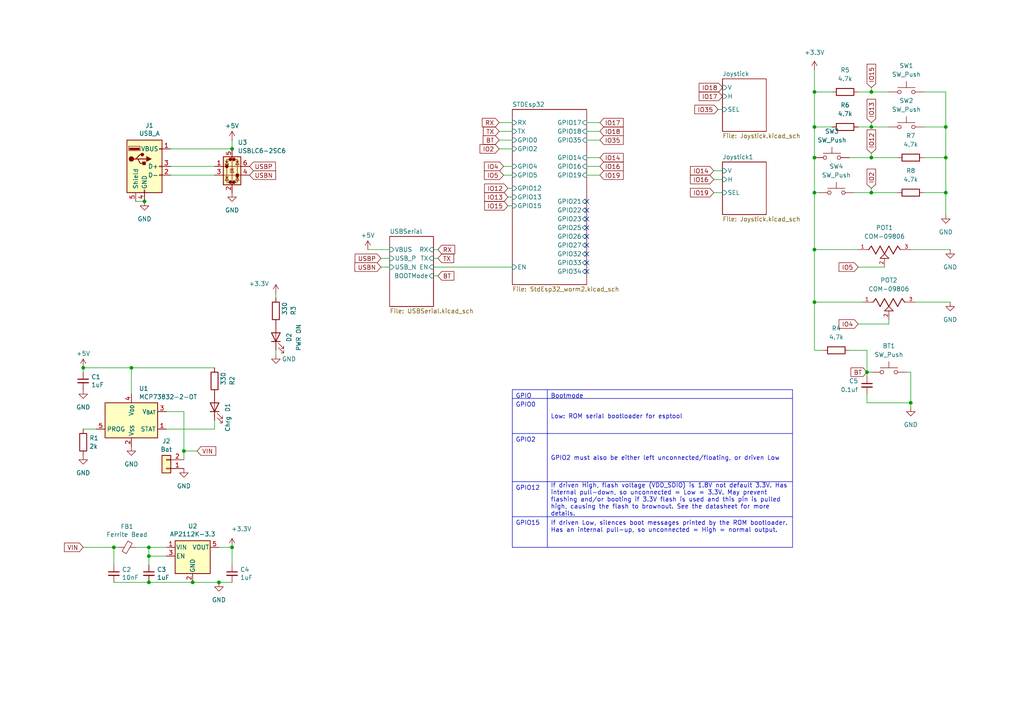
<source format=kicad_sch>
(kicad_sch (version 20250114) (generator "eeschema") (generator_version "9.0")
  (paper "A4")
  (title_block (title "Remote Control WIFI ESP32 S3") (date "2024-11-29"))
  (lib_symbols
    (symbol "+3.3V_1" (power) (pin_names (offset 0))
      (property "Value" "+3.3V_1" (at 0 3.556 0))
      (symbol "+3.3V_1_0_1"
        (polyline (pts (xy -0.762 1.27) (xy 0 2.54)))
        (polyline (pts (xy 0 2.54) (xy 0.762 1.27)))
        (polyline (pts (xy 0 0) (xy 0 2.54)))
      )
      (symbol "+3.3V_1_1_1"
        (pin power_in line (at 0 0 90) (length 0) (hide yes) (name "+3.3V") (number "1"))
      )
    )
    (symbol "+3.3V_3" (power) (pin_names (offset 0))
      (property "Value" "+3.3V_3" (at 0 3.556 0))
      (symbol "+3.3V_3_0_1"
        (polyline (pts (xy -0.762 1.27) (xy 0 2.54)))
        (polyline (pts (xy 0 2.54) (xy 0.762 1.27)))
        (polyline (pts (xy 0 0) (xy 0 2.54)))
      )
      (symbol "+3.3V_3_1_1"
        (pin power_in line (at 0 0 90) (length 0) (hide yes) (name "+3.3V") (number "1"))
      )
    )
    (symbol "Battery_Management:MCP73832-2-OT"
      (property "Reference" "U" (at -7.62 6.35 0))
      (property "Value" "MCP73832-2-OT" (at 1.27 6.35 0))
      (symbol "MCP73832-2-OT_0_1"
        (rectangle (start -7.62 5.08) (end 7.62 -5.08) (stroke (width 0.254)) (fill (type background)))
      )
      (symbol "MCP73832-2-OT_1_1"
        (pin input line (at -10.16 -2.54 0) (length 2.54) (name "PROG") (number "5"))
        (pin power_in line (at 0 7.62 270) (length 2.54) (name "V_{DD}") (number "4"))
        (pin power_in line (at 0 -7.62 90) (length 2.54) (name "V_{SS}") (number "2"))
        (pin power_out line (at 10.16 2.54 180) (length 2.54) (name "V_{BAT}") (number "3"))
        (pin open_collector line (at 10.16 -2.54 180) (length 2.54) (name "STAT") (number "1"))
      )
    )
    (symbol "Connector_Generic:Conn_01x02" (pin_names (offset 1.016) (hide yes))
      (property "Reference" "J" (at 0 2.54 0))
      (property "Value" "Conn_01x02" (at 0 -5.08 0))
      (symbol "Conn_01x02_1_1"
        (rectangle (start -1.27 1.27) (end 1.27 -3.81) (stroke (width 0.254)) (fill (type background)))
        (rectangle (start -1.27 0.127) (end 0 -0.127) (stroke (width 0.1524)))
        (rectangle (start -1.27 -2.413) (end 0 -2.667) (stroke (width 0.1524)))
        (pin passive line (at -5.08 0 0) (length 3.81) (name "Pin_1") (number "1"))
        (pin passive line (at -5.08 -2.54 0) (length 3.81) (name "Pin_2") (number "2"))
      )
    )
    (symbol "Device:C_Small" (pin_numbers (hide yes)) (pin_names (offset 0.254) (hide yes))
      (property "Reference" "C" (at 0.254 1.778 0))
      (property "Value" "C_Small" (at 0.254 -2.032 0))
      (symbol "C_Small_0_1"
        (polyline (pts (xy -1.524 0.508) (xy 1.524 0.508)) (stroke (width 0.3048)))
        (polyline (pts (xy -1.524 -0.508) (xy 1.524 -0.508)) (stroke (width 0.3302)))
      )
      (symbol "C_Small_1_1"
        (pin passive line (at 0 2.54 270) (length 2.032) (name "~") (number "1"))
        (pin passive line (at 0 -2.54 90) (length 2.032) (name "~") (number "2"))
      )
    )
    (symbol "Device:LED" (pin_numbers (hide yes)) (pin_names (offset 1.016) (hide yes))
      (property "Reference" "D" (at 0 2.54 0))
      (property "Value" "LED" (at 0 -2.54 0))
      (symbol "LED_0_1"
        (polyline (pts (xy -3.048 -0.762) (xy -4.572 -2.286) (xy -3.81 -2.286) (xy -4.572 -2.286) (xy -4.572 -1.524)))
        (polyline (pts (xy -1.778 -0.762) (xy -3.302 -2.286) (xy -2.54 -2.286) (xy -3.302 -2.286) (xy -3.302 -1.524)))
        (polyline (pts (xy -1.27 0) (xy 1.27 0)))
        (polyline (pts (xy -1.27 -1.27) (xy -1.27 1.27)) (stroke (width 0.254)))
        (polyline (pts (xy 1.27 -1.27) (xy 1.27 1.27) (xy -1.27 0) (xy 1.27 -1.27)) (stroke (width 0.254)))
      )
      (symbol "LED_1_1"
        (pin passive line (at -3.81 0 0) (length 2.54) (name "K") (number "1"))
        (pin passive line (at 3.81 0 180) (length 2.54) (name "A") (number "2"))
      )
    )
    (symbol "Device:R" (pin_numbers (hide yes)) (pin_names (offset 0))
      (property "Reference" "R" (at 2.032 0 90))
      (property "Value" "R" (at 0 0 90))
      (symbol "R_0_1"
        (rectangle (start -1.016 -2.54) (end 1.016 2.54) (stroke (width 0.254)))
      )
      (symbol "R_1_1"
        (pin passive line (at 0 3.81 270) (length 1.27) (name "~") (number "1"))
        (pin passive line (at 0 -3.81 90) (length 1.27) (name "~") (number "2"))
      )
    )
    (symbol "GND_16" (power) (pin_names (offset 0))
      (property "Value" "GND_16" (at 0 -3.81 0))
      (symbol "GND_16_0_1"
        (polyline (pts (xy 0 0) (xy 0 -1.27) (xy 1.27 -1.27) (xy 0 -2.54) (xy -1.27 -1.27) (xy 0 -1.27)))
      )
      (symbol "GND_16_1_1"
        (pin power_in line (at 0 0 270) (length 0) (hide yes) (name "GND") (number "1"))
      )
    )
    (symbol "GND_20" (power) (pin_names (offset 0))
      (property "Value" "GND_20" (at 0 -3.81 0))
      (symbol "GND_20_0_1"
        (polyline (pts (xy 0 0) (xy 0 -1.27) (xy 1.27 -1.27) (xy 0 -2.54) (xy -1.27 -1.27) (xy 0 -1.27)))
      )
      (symbol "GND_20_1_1"
        (pin power_in line (at 0 0 270) (length 0) (hide yes) (name "GND") (number "1"))
      )
    )
    (symbol "GND_7" (power) (pin_names (offset 0))
      (property "Value" "GND_7" (at 0 -3.81 0))
      (symbol "GND_7_0_1"
        (polyline (pts (xy 0 0) (xy 0 -1.27) (xy 1.27 -1.27) (xy 0 -2.54) (xy -1.27 -1.27) (xy 0 -1.27)))
      )
      (symbol "GND_7_1_1"
        (pin power_in line (at 0 0 270) (length 0) (hide yes) (name "GND") (number "1"))
      )
    )
    (symbol "POT-COM_09806:COM-09806" (pin_names (offset 1.016))
      (property "Reference" "R" (at -5.08 5.08 0))
      (property "Value" "COM-09806" (at -5.08 2.54 0))
      (symbol "COM-09806_0_0"
        (polyline (pts (xy -5.08 0) (xy -4.572 0)) (stroke (width 0.1524)))
        (polyline (pts (xy -4.572 0) (xy -3.81 1.016)) (stroke (width 0.254)))
        (polyline (pts (xy -3.81 1.016) (xy -2.54 -1.27)) (stroke (width 0.254)))
        (polyline (pts (xy -2.54 -1.27) (xy -1.27 1.016)) (stroke (width 0.254)))
        (polyline (pts (xy -1.27 1.016) (xy 0 -1.27)) (stroke (width 0.254)))
        (polyline (pts (xy -1.27 -2.54) (xy 0 -1.27)) (stroke (width 0.2032)))
        (polyline (pts (xy 0 -1.27) (xy 1.27 1.016)) (stroke (width 0.254)))
        (polyline (pts (xy 0 -1.27) (xy 1.27 -2.54)) (stroke (width 0.2032)))
        (polyline (pts (xy 1.27 1.016) (xy 2.54 -1.27)) (stroke (width 0.254)))
        (polyline (pts (xy 1.27 -2.54) (xy -1.27 -2.54)) (stroke (width 0.2032)))
        (polyline (pts (xy 2.54 -1.27) (xy 3.81 1.016)) (stroke (width 0.254)))
        (polyline (pts (xy 3.81 1.016) (xy 4.572 0)) (stroke (width 0.254)))
        (polyline (pts (xy 4.572 0) (xy 5.08 0)) (stroke (width 0.1524)))
        (pin passive line (at -7.62 0 0) (length 2.54) (name "~") (number "1"))
        (pin passive line (at 0 -5.08 90) (length 2.54) (name "~") (number "2"))
        (pin passive line (at 7.62 0 180) (length 2.54) (name "~") (number "3"))
      )
    )
    (symbol "Power_Protection:USBLC6-2SC6" (pin_names (hide yes))
      (property "Reference" "U" (at 0.635 5.715 0))
      (property "Value" "USBLC6-2SC6" (at 0.635 3.81 0))
      (symbol "USBLC6-2SC6_0_0"
        (circle (center -1.524 0) (radius 0.0001) (stroke (width 0.508)))
        (circle (center -0.508 2.032) (radius 0.0001) (stroke (width 0.508)))
        (circle (center -0.508 -4.572) (radius 0.0001) (stroke (width 0.508)))
        (circle (center 0.508 2.032) (radius 0.0001) (stroke (width 0.508)))
        (circle (center 0.508 -4.572) (radius 0.0001) (stroke (width 0.508)))
        (circle (center 1.524 -2.54) (radius 0.0001) (stroke (width 0.508)))
      )
      (symbol "USBLC6-2SC6_0_1"
        (polyline (pts (xy -2.54 0) (xy 2.54 0)))
        (polyline (pts (xy -2.54 -2.54) (xy 2.54 -2.54)))
        (polyline (pts (xy -2.032 0.508) (xy -1.016 0.508) (xy -1.524 1.524) (xy -2.032 0.508)))
        (polyline (pts (xy -2.032 -3.048) (xy -1.016 -3.048)))
        (polyline (pts (xy -1.016 1.524) (xy -2.032 1.524)))
        (polyline (pts (xy -1.016 -4.064) (xy -2.032 -4.064) (xy -1.524 -3.048) (xy -1.016 -4.064)))
        (polyline (pts (xy -0.508 -1.143) (xy -0.508 -0.762) (xy 0.508 -0.762)))
        (polyline (pts (xy 0 2.54) (xy -0.508 2.032) (xy 0.508 2.032) (xy 0 1.524) (xy 0 -4.064) (xy -0.508 -4.572) (xy 0.508 -4.572) (xy 0 -5.08)))
        (polyline (pts (xy 0.508 -1.778) (xy -0.508 -1.778) (xy 0 -0.762) (xy 0.508 -1.778)))
        (polyline (pts (xy 1.016 1.524) (xy 2.032 1.524)))
        (polyline (pts (xy 1.016 -3.048) (xy 2.032 -3.048)))
        (polyline (pts (xy 2.032 0.508) (xy 1.016 0.508) (xy 1.524 1.524) (xy 2.032 0.508)))
        (polyline (pts (xy 2.032 -4.064) (xy 1.016 -4.064) (xy 1.524 -3.048) (xy 2.032 -4.064)))
      )
      (symbol "USBLC6-2SC6_1_1"
        (rectangle (start -2.54 2.794) (end 2.54 -5.334) (stroke (width 0.254)) (fill (type background)))
        (polyline (pts (xy -0.508 2.032) (xy -1.524 2.032) (xy -1.524 -4.572) (xy -0.508 -4.572)))
        (polyline (pts (xy 0.508 -4.572) (xy 1.524 -4.572) (xy 1.524 2.032) (xy 0.508 2.032)))
        (pin passive line (at -5.08 0 0) (length 2.54) (name "I/O1") (number "1"))
        (pin passive line (at -5.08 -2.54 0) (length 2.54) (name "I/O2") (number "3"))
        (pin passive line (at 0 5.08 270) (length 2.54) (name "VBUS") (number "5"))
        (pin passive line (at 0 -7.62 90) (length 2.54) (name "GND") (number "2"))
        (pin passive line (at 5.08 0 180) (length 2.54) (name "I/O1") (number "6"))
        (pin passive line (at 5.08 -2.54 180) (length 2.54) (name "I/O2") (number "4"))
      )
    )
    (symbol "Programmer-rescue:AP2112K-3.3-Regulator_Linear" (pin_names (offset 0.254))
      (property "Reference" "U" (at -5.08 5.715 0))
      (property "Value" "Regulator_Linear_AP2112K-3.3" (at 0 5.715 0))
      (symbol "AP2112K-3.3-Regulator_Linear_0_1"
        (rectangle (start -5.08 4.445) (end 5.08 -5.08) (stroke (width 0.254)) (fill (type background)))
      )
      (symbol "AP2112K-3.3-Regulator_Linear_1_1"
        (pin power_in line (at -7.62 2.54 0) (length 2.54) (name "VIN") (number "1"))
        (pin input line (at -7.62 0 0) (length 2.54) (name "EN") (number "3"))
        (pin power_in line (at 0 -7.62 90) (length 2.54) (name "GND") (number "2"))
        (pin power_out line (at 7.62 2.54 180) (length 2.54) (name "VOUT") (number "5"))
        (pin no_connect line (at 7.62 0 180) (length 2.54) (hide yes) (name "NC") (number "4"))
      )
    )
    (symbol "Programmer-rescue:Ferrite_Bead_Small-Device" (pin_numbers (hide yes)) (pin_names (offset 0))
      (property "Reference" "FB" (at 1.905 1.27 0))
      (property "Value" "Device_Ferrite_Bead_Small" (at 1.905 -1.27 0))
      (symbol "Ferrite_Bead_Small-Device_0_1"
        (polyline (pts (xy -1.8288 0.2794) (xy -1.1176 1.4986) (xy 1.8288 -0.2032) (xy 1.1176 -1.4224) (xy -1.8288 0.2794)))
        (polyline (pts (xy 0 0.889) (xy 0 1.2954)))
        (polyline (pts (xy 0 -1.27) (xy 0 -0.7874)))
      )
      (symbol "Ferrite_Bead_Small-Device_1_1"
        (pin passive line (at 0 2.54 270) (length 1.27) (name "~") (number "1"))
        (pin passive line (at 0 -2.54 90) (length 1.27) (name "~") (number "2"))
      )
    )
    (symbol "Programmer-rescue:USB_A-Connector" (pin_names (offset 1.016))
      (property "Reference" "J" (at -5.08 11.43 0))
      (property "Value" "Connector_USB_A" (at -5.08 8.89 0))
      (symbol "USB_A-Connector_0_1"
        (rectangle (start -5.08 -7.62) (end 5.08 7.62) (stroke (width 0.254)) (fill (type background)))
        (circle (center -3.81 2.159) (radius 0.635) (stroke (width 0.254)) (fill (type outline)))
        (polyline (pts (xy -3.175 2.159) (xy -2.54 2.159) (xy -1.27 3.429) (xy -0.635 3.429)) (stroke (width 0.254)))
        (polyline (pts (xy -2.54 2.159) (xy -1.905 2.159) (xy -1.27 0.889) (xy 0 0.889)) (stroke (width 0.254)))
        (rectangle (start -1.524 4.826) (end -4.318 5.334) (fill (type outline)))
        (rectangle (start -1.27 4.572) (end -4.572 5.842))
        (circle (center -0.635 3.429) (radius 0.381) (stroke (width 0.254)) (fill (type outline)))
        (rectangle (start -0.127 -7.62) (end 0.127 -6.858))
        (rectangle (start 0.254 1.27) (end -0.508 0.508) (stroke (width 0.254)) (fill (type outline)))
        (polyline (pts (xy 0.635 2.794) (xy 0.635 1.524) (xy 1.905 2.159) (xy 0.635 2.794)) (stroke (width 0.254)) (fill (type outline)))
        (rectangle (start 5.08 4.953) (end 4.318 5.207))
        (rectangle (start 5.08 -0.127) (end 4.318 0.127))
        (rectangle (start 5.08 -2.667) (end 4.318 -2.413))
      )
      (symbol "USB_A-Connector_1_1"
        (polyline (pts (xy -1.905 2.159) (xy 0.635 2.159)) (stroke (width 0.254)))
        (pin passive line (at -2.54 -10.16 90) (length 2.54) (name "Shield") (number "5"))
        (pin power_in line (at 0 -10.16 90) (length 2.54) (name "GND") (number "4"))
        (pin power_in line (at 7.62 5.08 180) (length 2.54) (name "VBUS") (number "1"))
        (pin passive line (at 7.62 0 180) (length 2.54) (name "D+") (number "3"))
        (pin passive line (at 7.62 -2.54 180) (length 2.54) (name "D-") (number "2"))
      )
    )
    (symbol "Switch:SW_Push" (pin_numbers (hide yes)) (pin_names (offset 1.016) (hide yes))
      (property "Reference" "SW" (at 1.27 2.54 0))
      (property "Value" "SW_Push" (at 0 -1.524 0))
      (symbol "SW_Push_0_1"
        (circle (center -2.032 0) (radius 0.508))
        (polyline (pts (xy 0 1.27) (xy 0 3.048)))
        (circle (center 2.032 0) (radius 0.508))
        (polyline (pts (xy 2.54 1.27) (xy -2.54 1.27)))
        (pin passive line (at -5.08 0 0) (length 2.54) (name "1") (number "1"))
        (pin passive line (at 5.08 0 180) (length 2.54) (name "2") (number "2"))
      )
    )
    (symbol "power:+5V" (power) (pin_numbers (hide yes)) (pin_names (offset 0) (hide yes))
      (property "Value" "+5V" (at 0 3.556 0))
      (symbol "+5V_0_1"
        (polyline (pts (xy -0.762 1.27) (xy 0 2.54)))
        (polyline (pts (xy 0 2.54) (xy 0.762 1.27)))
        (polyline (pts (xy 0 0) (xy 0 2.54)))
      )
      (symbol "+5V_1_1"
        (pin power_in line (at 0 0 90) (length 0) (name "~") (number "1"))
      )
    )
    (symbol "power:GND" (power) (pin_names (offset 0))
      (property "Value" "GND" (at 0 -3.81 0))
      (symbol "GND_0_1"
        (polyline (pts (xy 0 0) (xy 0 -1.27) (xy 1.27 -1.27) (xy 0 -2.54) (xy -1.27 -1.27) (xy 0 -1.27)))
      )
      (symbol "GND_1_1"
        (pin power_in line (at 0 0 270) (length 0) (hide yes) (name "GND") (number "1"))
      )
    )
  )
  (junction (at 53.34 130.81))
  (junction (at 252.73 55.88))
  (junction (at 236.22 36.83))
  (junction (at 236.22 72.39))
  (junction (at 252.73 26.67))
  (junction (at 236.22 87.63))
  (junction (at 38.1 106.68))
  (junction (at 55.88 168.91))
  (junction (at 274.32 45.72))
  (junction (at 24.13 106.68))
  (junction (at 251.46 107.95))
  (junction (at 41.91 58.42))
  (junction (at 43.18 168.91))
  (junction (at 252.73 36.83))
  (junction (at 33.02 158.75))
  (junction (at 252.73 45.72))
  (junction (at 43.18 161.29))
  (junction (at 67.31 43.18))
  (junction (at 236.22 55.88))
  (junction (at 236.22 26.67))
  (junction (at 63.5 168.91))
  (junction (at 43.18 158.75))
  (junction (at 67.31 158.75))
  (junction (at 264.16 116.84))
  (junction (at 274.32 55.88))
  (junction (at 236.22 45.72))
  (junction (at 274.32 36.83))
  (no_connect (at 556.26 -137.16))
  (no_connect (at 170.18 76.2))
  (no_connect (at 170.18 73.66))
  (no_connect (at 170.18 58.42))
  (no_connect (at 170.18 78.74))
  (no_connect (at 170.18 68.58))
  (no_connect (at 170.18 71.12))
  (no_connect (at 170.18 63.5))
  (no_connect (at 170.18 60.96))
  (no_connect (at 170.18 66.04))
  (wire (pts (xy 248.92 93.98) (xy 257.81 93.98)))
  (wire (pts (xy 39.37 58.42) (xy 41.91 58.42)))
  (wire (pts (xy 274.32 36.83) (xy 274.32 45.72)))
  (wire (pts (xy 48.26 119.38) (xy 53.34 119.38)))
  (wire (pts (xy 236.22 36.83) (xy 236.22 45.72)))
  (wire (pts (xy 43.18 158.75) (xy 43.18 161.29)))
  (wire (pts (xy 207.01 52.07) (xy 209.55 52.07)))
  (wire (pts (xy 144.78 38.1) (xy 148.59 38.1)))
  (wire (pts (xy 144.78 35.56) (xy 148.59 35.56)))
  (wire (pts (xy 170.18 35.56) (xy 173.99 35.56)))
  (wire (pts (xy 247.65 55.88) (xy 252.73 55.88)))
  (wire (pts (xy 236.22 55.88) (xy 236.22 72.39)))
  (wire (pts (xy 173.99 50.8) (xy 170.18 50.8)))
  (wire (pts (xy 147.32 59.69) (xy 148.59 59.69)))
  (wire (pts (xy 24.13 124.46) (xy 27.94 124.46)))
  (wire (pts (xy 251.46 107.95) (xy 251.46 109.22)))
  (wire (pts (xy 62.23 121.92) (xy 62.23 124.46)))
  (wire (pts (xy 207.01 49.53) (xy 209.55 49.53)))
  (wire (pts (xy 125.73 72.39) (xy 127 72.39)))
  (wire (pts (xy 267.97 36.83) (xy 274.32 36.83)))
  (wire (pts (xy 53.34 133.35) (xy 53.34 130.81)))
  (wire (pts (xy 173.99 48.26) (xy 170.18 48.26)))
  (wire (pts (xy 236.22 45.72) (xy 236.22 55.88)))
  (wire (pts (xy 38.1 106.68) (xy 38.1 114.3)))
  (wire (pts (xy 248.92 36.83) (xy 252.73 36.83)))
  (wire (pts (xy 63.5 168.91) (xy 55.88 168.91)))
  (wire (pts (xy 264.16 107.95) (xy 264.16 116.84)))
  (wire (pts (xy 67.31 168.91) (xy 63.5 168.91)))
  (wire (pts (xy 251.46 116.84) (xy 251.46 114.3)))
  (wire (pts (xy 147.32 57.15) (xy 148.59 57.15)))
  (wire (pts (xy 49.53 43.18) (xy 67.31 43.18)))
  (wire (pts (xy 275.59 87.63) (xy 265.43 87.63)))
  (wire (pts (xy 34.29 158.75) (xy 33.02 158.75)))
  (wire (pts (xy 236.22 26.67) (xy 241.3 26.67)))
  (wire (pts (xy 110.49 77.47) (xy 113.03 77.47)))
  (wire (pts (xy 49.53 48.26) (xy 62.23 48.26)))
  (wire (pts (xy 267.97 26.67) (xy 274.32 26.67)))
  (wire (pts (xy 43.18 168.91) (xy 33.02 168.91)))
  (wire (pts (xy 252.73 44.45) (xy 252.73 45.72)))
  (wire (pts (xy 264.16 116.84) (xy 264.16 118.11)))
  (wire (pts (xy 173.99 45.72) (xy 170.18 45.72)))
  (wire (pts (xy 252.73 35.56) (xy 252.73 36.83)))
  (wire (pts (xy 246.38 45.72) (xy 252.73 45.72)))
  (wire (pts (xy 24.13 106.68) (xy 24.13 107.95)))
  (wire (pts (xy 146.05 50.8) (xy 148.59 50.8)))
  (wire (pts (xy 170.18 40.64) (xy 173.99 40.64)))
  (wire (pts (xy 110.49 74.93) (xy 113.03 74.93)))
  (wire (pts (xy 125.73 80.01) (xy 127 80.01)))
  (wire (pts (xy 48.26 124.46) (xy 62.23 124.46)))
  (wire (pts (xy 208.28 31.75) (xy 209.55 31.75)))
  (wire (pts (xy 252.73 55.88) (xy 260.35 55.88)))
  (wire (pts (xy 62.23 106.68) (xy 38.1 106.68)))
  (wire (pts (xy 144.78 40.64) (xy 148.59 40.64)))
  (wire (pts (xy 24.13 158.75) (xy 33.02 158.75)))
  (wire (pts (xy 236.22 87.63) (xy 250.19 87.63)))
  (wire (pts (xy 147.32 54.61) (xy 148.59 54.61)))
  (wire (pts (xy 238.76 101.6) (xy 236.22 101.6)))
  (wire (pts (xy 146.05 48.26) (xy 148.59 48.26)))
  (wire (pts (xy 170.18 38.1) (xy 173.99 38.1)))
  (wire (pts (xy 236.22 26.67) (xy 236.22 36.83)))
  (wire (pts (xy 262.89 107.95) (xy 264.16 107.95)))
  (wire (pts (xy 67.31 40.64) (xy 67.31 43.18)))
  (wire (pts (xy 80.01 101.6) (xy 80.01 102.87)))
  (wire (pts (xy 43.18 168.91) (xy 55.88 168.91)))
  (wire (pts (xy 236.22 72.39) (xy 236.22 87.63)))
  (wire (pts (xy 252.73 26.67) (xy 257.81 26.67)))
  (wire (pts (xy 48.26 161.29) (xy 43.18 161.29)))
  (wire (pts (xy 257.81 93.98) (xy 257.81 92.71)))
  (wire (pts (xy 80.01 85.09) (xy 80.01 86.36)))
  (wire (pts (xy 264.16 72.39) (xy 275.59 72.39)))
  (wire (pts (xy 274.32 55.88) (xy 274.32 62.23)))
  (wire (pts (xy 236.22 36.83) (xy 241.3 36.83)))
  (wire (pts (xy 236.22 72.39) (xy 248.92 72.39)))
  (wire (pts (xy 252.73 36.83) (xy 257.81 36.83)))
  (wire (pts (xy 53.34 130.81) (xy 57.15 130.81)))
  (wire (pts (xy 39.37 158.75) (xy 43.18 158.75)))
  (wire (pts (xy 63.5 158.75) (xy 67.31 158.75)))
  (wire (pts (xy 48.26 158.75) (xy 43.18 158.75)))
  (wire (pts (xy 252.73 107.95) (xy 251.46 107.95)))
  (wire (pts (xy 43.18 161.29) (xy 43.18 163.83)))
  (wire (pts (xy 49.53 50.8) (xy 62.23 50.8)))
  (wire (pts (xy 274.32 26.67) (xy 274.32 36.83)))
  (wire (pts (xy 252.73 45.72) (xy 260.35 45.72)))
  (wire (pts (xy 236.22 55.88) (xy 237.49 55.88)))
  (wire (pts (xy 67.31 158.75) (xy 67.31 163.83)))
  (wire (pts (xy 236.22 20.32) (xy 236.22 26.67)))
  (wire (pts (xy 246.38 101.6) (xy 251.46 101.6)))
  (wire (pts (xy 252.73 25.4) (xy 252.73 26.67)))
  (wire (pts (xy 53.34 119.38) (xy 53.34 130.81)))
  (wire (pts (xy 274.32 55.88) (xy 267.97 55.88)))
  (wire (pts (xy 33.02 158.75) (xy 33.02 163.83)))
  (wire (pts (xy 274.32 45.72) (xy 274.32 55.88)))
  (wire (pts (xy 207.01 55.88) (xy 209.55 55.88)))
  (wire (pts (xy 251.46 116.84) (xy 264.16 116.84)))
  (wire (pts (xy 125.73 74.93) (xy 127 74.93)))
  (wire (pts (xy 144.78 43.18) (xy 148.59 43.18)))
  (wire (pts (xy 236.22 87.63) (xy 236.22 101.6)))
  (wire (pts (xy 248.92 77.47) (xy 256.54 77.47)))
  (wire (pts (xy 125.73 77.47) (xy 148.59 77.47)))
  (wire (pts (xy 248.92 26.67) (xy 252.73 26.67)))
  (wire (pts (xy 267.97 45.72) (xy 274.32 45.72)))
  (wire (pts (xy 251.46 101.6) (xy 251.46 107.95)))
  (wire (pts (xy 106.68 72.39) (xy 113.03 72.39)))
  (wire (pts (xy 38.1 106.68) (xy 24.13 106.68)))
  (wire (pts (xy 252.73 54.61) (xy 252.73 55.88)))
  (table (column_count 2) (border (external yes) (header yes)) (separators (rows yes) (cols yes)) (column_widths 10.16 71.12) (row_heights 2.54 10.16 13.97 10.16 8.89) (cells (table_cell "GPIO" (at 148.59 113.03 0) (size 10.16 2.54) (margins 0.9525 0.9525 0.9525 0.9525) (span 1 1)) (table_cell "Bootmode" (at 158.75 113.03 0) (size 71.12 2.54) (margins 0.9525 0.9525 0.9525 0.9525) (span 1 1)) (table_cell "GPIO0" (at 148.59 115.57 0) (size 10.16 10.16) (margins 0.9525 0.9525 0.9525 0.9525) (span 1 1)) (table_cell "Low: ROM serial bootloader for esptool" (at 158.75 115.57 0) (size 71.12 10.16) (margins 0.9525 0.9525 0.9525 0.9525) (span 1 1)) (table_cell "GPIO2" (at 148.59 125.73 0) (size 10.16 13.97) (margins 0.9525 0.9525 0.9525 0.9525) (span 1 1)) (table_cell "GPIO2 must also be either left unconnected/floating, or driven Low" (at 158.75 125.73 0) (size 71.12 13.97) (margins 0.9525 0.9525 0.9525 0.9525) (span 1 1)) (table_cell "GPIO12 " (at 148.59 139.7 0) (size 10.16 10.16) (margins 0.9525 0.9525 0.9525 0.9525) (span 1 1)) (table_cell "If driven High, flash voltage (VDD_SDIO) is 1.8V not default 3.3V. Has internal pull-down, so unconnected = Low = 3.3V. May prevent flashing and/or booting if 3.3V flash is used and this pin is pulled high, causing the flash to brownout. See the datasheet for more details." (at 158.75 139.7 0) (size 71.12 10.16) (margins 0.9525 0.9525 0.9525 0.9525) (span 1 1)) (table_cell "GPIO15" (at 148.59 149.86 0) (size 10.16 8.89) (margins 0.9525 0.9525 0.9525 0.9525) (span 1 1)) (table_cell "If driven Low, silences boot messages printed by the ROM bootloader. Has an internal pull-up, so unconnected = High = normal output." (at 158.75 149.86 0) (size 71.12 8.89) (margins 0.9525 0.9525 0.9525 0.9525) (span 1 1))))
  (global_label "RX" (shape input) (at 144.78 35.56 180) (property "Intersheetrefs" "${INTERSHEET_REFS}" (effects (hide yes))))
  (global_label "IO15" (shape input) (at 147.32 59.69 180) (property "Intersheetrefs" "${INTERSHEET_REFS}" (effects (hide yes))))
  (global_label "USBN" (shape input) (at 72.39 50.8 0) (property "Intersheetrefs" "${INTERSHEET_REFS}" (effects (hide yes))))
  (global_label "USBP" (shape input) (at 72.39 48.26 0) (property "Intersheetrefs" "${INTERSHEET_REFS}" (effects (hide yes))))
  (global_label "IO12" (shape input) (at 147.32 54.61 180) (property "Intersheetrefs" "${INTERSHEET_REFS}" (effects (hide yes))))
  (global_label "IO14" (shape input) (at 207.01 49.53 180) (property "Intersheetrefs" "${INTERSHEET_REFS}" (effects (hide yes))))
  (global_label "IO2" (shape input) (at 252.73 54.61 90) (property "Intersheetrefs" "${INTERSHEET_REFS}" (effects (hide yes))))
  (global_label "IO13" (shape input) (at 147.32 57.15 180) (property "Intersheetrefs" "${INTERSHEET_REFS}" (effects (hide yes))))
  (global_label "IO5" (shape input) (at 146.05 50.8 180) (property "Intersheetrefs" "${INTERSHEET_REFS}" (effects (hide yes))))
  (global_label "IO4" (shape input) (at 248.92 93.98 180) (property "Intersheetrefs" "${INTERSHEET_REFS}" (effects (hide yes))))
  (global_label "IO15" (shape input) (at 252.73 25.4 90) (property "Intersheetrefs" "${INTERSHEET_REFS}" (effects (hide yes))))
  (global_label "IO17" (shape input) (at 209.55 27.94 180) (property "Intersheetrefs" "${INTERSHEET_REFS}" (effects (hide yes))))
  (global_label "BT" (shape input) (at 144.78 40.64 180) (property "Intersheetrefs" "${INTERSHEET_REFS}" (effects (hide yes))))
  (global_label "RX" (shape input) (at 127 72.39 0) (property "Intersheetrefs" "${INTERSHEET_REFS}" (effects (hide yes))))
  (global_label "VIN" (shape input) (at 24.13 158.75 180) (property "Intersheetrefs" "${INTERSHEET_REFS}" (effects (hide yes))))
  (global_label "IO16" (shape input) (at 173.99 48.26 0) (property "Intersheetrefs" "${INTERSHEET_REFS}" (effects (hide yes))))
  (global_label "IO35" (shape input) (at 208.28 31.75 180) (property "Intersheetrefs" "${INTERSHEET_REFS}" (effects (hide yes))))
  (global_label "USBN" (shape input) (at 110.49 77.47 180) (property "Intersheetrefs" "${INTERSHEET_REFS}" (effects (hide yes))))
  (global_label "IO19" (shape input) (at 207.01 55.88 180) (property "Intersheetrefs" "${INTERSHEET_REFS}" (effects (hide yes))))
  (global_label "IO18" (shape input) (at 173.99 38.1 0) (property "Intersheetrefs" "${INTERSHEET_REFS}" (effects (hide yes))))
  (global_label "IO18" (shape input) (at 209.55 25.4 180) (property "Intersheetrefs" "${INTERSHEET_REFS}" (effects (hide yes))))
  (global_label "TX" (shape input) (at 144.78 38.1 180) (property "Intersheetrefs" "${INTERSHEET_REFS}" (effects (hide yes))))
  (global_label "BT" (shape input) (at 127 80.01 0) (property "Intersheetrefs" "${INTERSHEET_REFS}" (effects (hide yes))))
  (global_label "IO14" (shape input) (at 173.99 45.72 0) (property "Intersheetrefs" "${INTERSHEET_REFS}" (effects (hide yes))))
  (global_label "BT" (shape input) (at 251.46 107.95 180) (property "Intersheetrefs" "${INTERSHEET_REFS}" (effects (hide yes))))
  (global_label "IO35" (shape input) (at 173.99 40.64 0) (property "Intersheetrefs" "${INTERSHEET_REFS}" (effects (hide yes))))
  (global_label "IO5" (shape input) (at 248.92 77.47 180) (property "Intersheetrefs" "${INTERSHEET_REFS}" (effects (hide yes))))
  (global_label "IO13" (shape input) (at 252.73 35.56 90) (property "Intersheetrefs" "${INTERSHEET_REFS}" (effects (hide yes))))
  (global_label "VIN" (shape input) (at 57.15 130.81 0) (property "Intersheetrefs" "${INTERSHEET_REFS}" (effects (hide yes))))
  (global_label "IO12" (shape input) (at 252.73 44.45 90) (property "Intersheetrefs" "${INTERSHEET_REFS}" (effects (hide yes))))
  (global_label "TX" (shape input) (at 127 74.93 0) (property "Intersheetrefs" "${INTERSHEET_REFS}" (effects (hide yes))))
  (global_label "USBP" (shape input) (at 110.49 74.93 180) (property "Intersheetrefs" "${INTERSHEET_REFS}" (effects (hide yes))))
  (global_label "IO2" (shape input) (at 144.78 43.18 180) (property "Intersheetrefs" "${INTERSHEET_REFS}" (effects (hide yes))))
  (global_label "IO17" (shape input) (at 173.99 35.56 0) (property "Intersheetrefs" "${INTERSHEET_REFS}" (effects (hide yes))))
  (global_label "IO19" (shape input) (at 173.99 50.8 0) (property "Intersheetrefs" "${INTERSHEET_REFS}" (effects (hide yes))))
  (global_label "IO4" (shape input) (at 146.05 48.26 180) (property "Intersheetrefs" "${INTERSHEET_REFS}" (effects (hide yes))))
  (global_label "IO16" (shape input) (at 207.01 52.07 180) (property "Intersheetrefs" "${INTERSHEET_REFS}" (effects (hide yes))))
  (symbol (lib_name "GND_16") (lib_id "power:GND") (at 80.01 102.87 0) (unit 1)
    (property "Reference" "#PWR012" (effects (hide yes)))
    (property "Value" "GND" (at 83.82 104.14 0))
  )
  (symbol (lib_id "Programmer-rescue:Ferrite_Bead_Small-Device") (at 36.83 158.75 270) (unit 1)
    (property "Reference" "FB1" (at 36.83 152.7302 90))
    (property "Value" "Ferrite Bead" (at 36.83 155.0416 90))
    (property "Footprint" "Inductor_SMD:L_0603_1608Metric" (effects (hide yes)))
  )
  (symbol (lib_name "+3.3V_3") (lib_id "power:+3.3V") (at 236.22 20.32 0) (unit 1)
    (property "Reference" "#PWR014" (effects (hide yes)))
    (property "Value" "+3.3V" (at 236.22 15.24 0))
  )
  (symbol (lib_name "GND_7") (lib_id "power:GND") (at 67.31 55.88 0) (unit 1)
    (property "Reference" "#PWR09" (effects (hide yes)))
    (property "Value" "GND" (at 67.31 60.96 0))
  )
  (symbol (lib_name "GND_7") (lib_id "power:GND") (at 24.13 113.03 0) (unit 1)
    (property "Reference" "#PWR02" (effects (hide yes)))
    (property "Value" "GND" (at 24.13 118.11 0))
  )
  (symbol (lib_name "+3.3V_1") (lib_id "power:+3.3V") (at 67.31 158.75 0) (unit 1)
    (property "Reference" "#PWR010" (effects (hide yes)))
    (property "Value" "+3.3V" (at 67.056 153.416 0) (effects (justify left)))
  )
  (symbol (lib_id "Switch:SW_Push") (at 241.3 45.72 0) (unit 1)
    (property "Reference" "SW3" (at 241.3 38.1 0))
    (property "Value" "SW_Push" (at 241.3 40.64 0))
    (property "Footprint" "Button_Switch_SMD:SW_SPST_PTS645" (effects (hide yes)))
  )
  (symbol (lib_id "POT-COM_09806:COM-09806") (at 256.54 72.39 0) (unit 1)
    (property "Reference" "POT1" (at 256.54 66.04 0))
    (property "Value" "COM-09806" (at 256.54 68.58 0))
    (property "Footprint" "GL_Diverse:POT-COM_09806" (effects (hide yes)))
    (property "PARTREV" "N/A" (effects (hide yes)))
    (property "STANDARD" "Manufacturer Recommendations" (effects (hide yes)))
    (property "MAXIMUM_PACKAGE_HEIGHT" "5.08 mm" (effects (hide yes)))
    (property "MANUFACTURER" "Sparkfun" (effects (hide yes)))
    (property "LINK" "https://www.digikey.com/en/products/detail/sparkfun-electronics/COM-09806/7319606?s=N4IgTCBcDaIMIHkCyBaADATgBxoGwgF0BfIA" (effects (hide yes)))
  )
  (symbol (lib_id "Device:R") (at 245.11 26.67 90) (unit 1)
    (property "Reference" "R5" (at 245.11 20.32 90))
    (property "Value" "4.7k" (at 245.11 22.86 90))
    (property "Footprint" "Resistor_SMD:R_0603_1608Metric" (effects (hide yes)))
    (property "LINK" "https://www.digikey.com/en/products/detail/vishay-dale/CRCW08054K70FKEAC/7928553" (effects (hide yes)))
  )
  (symbol (lib_name "GND_7") (lib_id "power:GND") (at 63.5 168.91 0) (unit 1)
    (property "Reference" "#PWR07" (effects (hide yes)))
    (property "Value" "GND" (at 63.5 173.99 0))
  )
  (symbol (lib_id "Device:R") (at 264.16 45.72 90) (unit 1)
    (property "Reference" "R7" (at 264.16 39.37 90))
    (property "Value" "4.7k" (at 264.16 41.91 90))
    (property "Footprint" "Resistor_SMD:R_0603_1608Metric" (effects (hide yes)))
    (property "LINK" "https://www.digikey.com/en/products/detail/vishay-dale/CRCW08054K70FKEAC/7928553" (effects (hide yes)))
  )
  (symbol (lib_id "Programmer-rescue:USB_A-Connector") (at 41.91 48.26 0) (unit 1)
    (property "Reference" "J1" (at 43.3578 36.3982 0))
    (property "Value" "USB_A" (at 43.3578 38.7096 0))
    (property "Footprint" "Connector_USB:USB_Mini-B_Wuerth_65100516121_Horizontal" (effects (hide yes)))
    (property "Datasheet" " ~" (effects (hide yes)))
  )
  (symbol (lib_name "GND_7") (lib_id "power:GND") (at 53.34 135.89 0) (unit 1)
    (property "Reference" "#PWR06" (effects (hide yes)))
    (property "Value" "GND" (at 53.34 140.97 0))
  )
  (symbol (lib_id "power:GND") (at 274.32 62.23 0) (unit 1)
    (property "Reference" "#PWR016" (effects (hide yes)))
    (property "Value" "GND" (at 274.32 67.31 0))
  )
  (symbol (lib_id "Device:C_Small") (at 24.13 110.49 0) (unit 1)
    (property "Reference" "C1" (at 26.4668 109.3216 0) (effects (justify left)))
    (property "Value" "1uF" (at 26.4668 111.633 0) (effects (justify left)))
    (property "Footprint" "Capacitor_SMD:C_0603_1608Metric" (effects (hide yes)))
  )
  (symbol (lib_id "Battery_Management:MCP73832-2-OT") (at 38.1 121.92 0) (unit 1)
    (property "Reference" "U1" (at 40.2941 112.6955 0) (effects (justify left)))
    (property "Value" "MCP73832-2-OT" (at 40.2941 115.1198 0) (effects (justify left)))
    (property "Footprint" "Package_TO_SOT_SMD:SOT-23-5" (effects (hide yes)))
    (property "Datasheet" "http://ww1.microchip.com/downloads/en/DeviceDoc/20001984g.pdf" (effects (hide yes)))
    (property "Description" "Single cell, Li-Ion/Li-Po charge management controller, 4.20V, Open-Drain Status Output, in SOT23-5 package" (effects (hide yes)))
  )
  (symbol (lib_name "GND_7") (lib_id "power:GND") (at 38.1 129.54 0) (unit 1)
    (property "Reference" "#PWR04" (effects (hide yes)))
    (property "Value" "GND" (at 38.1 134.62 0))
  )
  (symbol (lib_id "Device:LED") (at 80.01 97.79 90) (unit 1)
    (property "Reference" "D2" (at 83.82 96.52 0) (effects (justify right)))
    (property "Value" "PWR ON" (at 86.614 93.98 0) (effects (justify right)))
    (property "Footprint" "LED_SMD:LED_0805_2012Metric" (effects (hide yes)))
    (property "LINK" "https://www.digikey.com/en/products/detail/w%C3%BCrth-elektronik/150080VS75000/4489924" (effects (hide yes)))
  )
  (symbol (lib_id "power:+5V") (at 106.68 72.39 0) (unit 1)
    (property "Reference" "#PWR013" (effects (hide yes)))
    (property "Value" "+5V" (at 106.68 68.2569 0))
    (property "Description" "Power symbol creates a global label with name \"+5V\"" (effects (hide yes)))
  )
  (symbol (lib_name "GND_7") (lib_id "power:GND") (at 24.13 132.08 0) (unit 1)
    (property "Reference" "#PWR03" (effects (hide yes)))
    (property "Value" "GND" (at 24.13 137.16 0))
  )
  (symbol (lib_id "Device:C_Small") (at 67.31 166.37 0) (unit 1)
    (property "Reference" "C4" (at 69.6468 165.2016 0) (effects (justify left)))
    (property "Value" "1uF" (at 69.6468 167.513 0) (effects (justify left)))
    (property "Footprint" "Capacitor_SMD:C_0603_1608Metric" (effects (hide yes)))
  )
  (symbol (lib_id "Switch:SW_Push") (at 262.89 36.83 0) (unit 1)
    (property "Reference" "SW2" (at 262.89 29.21 0))
    (property "Value" "SW_Push" (at 262.89 31.75 0))
    (property "Footprint" "Button_Switch_THT:SW_Tactile_SPST_Angled_PTS645Vx39-2LFS" (effects (hide yes)))
    (property "LINK" "https://www.digikey.com/en/products/detail/c-k/PTS645VH83-2-LFS/1146776" (effects (hide yes)))
  )
  (symbol (lib_id "power:GND") (at 275.59 72.39 0) (unit 1)
    (property "Reference" "#PWR017" (effects (hide yes)))
    (property "Value" "GND" (at 275.59 77.47 0))
  )
  (symbol (lib_id "Device:C_Small") (at 43.18 166.37 0) (unit 1)
    (property "Reference" "C3" (at 45.5168 165.2016 0) (effects (justify left)))
    (property "Value" "1uF" (at 45.5168 167.513 0) (effects (justify left)))
    (property "Footprint" "Capacitor_SMD:C_0603_1608Metric" (effects (hide yes)))
  )
  (symbol (lib_id "Device:R") (at 264.16 55.88 90) (unit 1)
    (property "Reference" "R8" (at 264.16 49.53 90))
    (property "Value" "4.7k" (at 264.16 52.07 90))
    (property "Footprint" "Resistor_SMD:R_0603_1608Metric" (effects (hide yes)))
    (property "LINK" "https://www.digikey.com/en/products/detail/vishay-dale/CRCW08054K70FKEAC/7928553" (effects (hide yes)))
  )
  (symbol (lib_id "Device:LED") (at 62.23 118.11 90) (unit 1)
    (property "Reference" "D1" (at 66.04 116.84 0) (effects (justify right)))
    (property "Value" "Chrg" (at 66.04 120.65 0) (effects (justify right)))
    (property "Footprint" "LED_SMD:LED_0805_2012Metric" (effects (hide yes)))
    (property "LINK" "https://www.digikey.com/en/products/detail/w%C3%BCrth-elektronik/150080VS75000/4489924" (effects (hide yes)))
  )
  (symbol (lib_id "Device:R") (at 24.13 128.27 0) (unit 1)
    (property "Reference" "R1" (at 25.908 127.0578 0) (effects (justify left)))
    (property "Value" "2k" (at 25.908 129.4821 0) (effects (justify left)))
    (property "Footprint" "Resistor_SMD:R_0603_1608Metric" (effects (hide yes)))
    (property "LINK" "https://www.digikey.com/en/products/detail/vishay-dale/CRCW08054K70FKEAC/7928553" (effects (hide yes)))
  )
  (symbol (lib_id "power:+5V") (at 67.31 40.64 0) (unit 1)
    (property "Reference" "#PWR08" (effects (hide yes)))
    (property "Value" "+5V" (at 67.31 36.5069 0))
    (property "Description" "Power symbol creates a global label with name \"+5V\"" (effects (hide yes)))
  )
  (symbol (lib_id "Device:R") (at 242.57 101.6 90) (unit 1)
    (property "Reference" "R4" (at 242.57 95.25 90))
    (property "Value" "4.7k" (at 242.57 97.79 90))
    (property "Footprint" "Resistor_SMD:R_0603_1608Metric" (effects (hide yes)))
    (property "LINK" "https://www.digikey.com/en/products/detail/vishay-dale/CRCW08054K70FKEAC/7928553" (effects (hide yes)))
  )
  (symbol (lib_id "Device:R") (at 62.23 110.49 0) (unit 1)
    (property "Reference" "R2" (at 67.31 111.76 90) (effects (justify left)))
    (property "Value" "330" (at 64.77 111.76 90) (effects (justify left)))
    (property "Footprint" "Resistor_SMD:R_0603_1608Metric" (effects (hide yes)))
    (property "LINK" "https://www.digikey.com/en/products/detail/yageo/RC0805FR-073K3L/727813" (effects (hide yes)))
  )
  (symbol (lib_id "Programmer-rescue:AP2112K-3.3-Regulator_Linear") (at 55.88 161.29 0) (unit 1)
    (property "Reference" "U2" (at 55.88 152.6032 0))
    (property "Value" "AP2112K-3.3" (at 55.88 154.9146 0))
    (property "Footprint" "Package_TO_SOT_SMD:SOT-23-5" (effects (hide yes)))
    (property "Datasheet" "https://www.diodes.com/assets/Datasheets/AP2112.pdf" (effects (hide yes)))
  )
  (symbol (lib_name "GND_7") (lib_id "power:GND") (at 41.91 58.42 0) (unit 1)
    (property "Reference" "#PWR05" (effects (hide yes)))
    (property "Value" "GND" (at 41.91 63.5 0))
  )
  (symbol (lib_id "power:GND") (at 275.59 87.63 0) (unit 1)
    (property "Reference" "#PWR018" (effects (hide yes)))
    (property "Value" "GND" (at 275.59 92.71 0))
  )
  (symbol (lib_id "Switch:SW_Push") (at 262.89 26.67 0) (unit 1)
    (property "Reference" "SW1" (at 262.89 19.05 0))
    (property "Value" "SW_Push" (at 262.89 21.59 0))
    (property "Footprint" "Button_Switch_THT:SW_Tactile_SPST_Angled_PTS645Vx39-2LFS" (effects (hide yes)))
    (property "LINK" "https://www.digikey.com/en/products/detail/c-k/PTS645VH83-2-LFS/1146776" (effects (hide yes)))
  )
  (symbol (lib_name "GND_20") (lib_id "power:GND") (at 264.16 118.11 0) (mirror y) (unit 1)
    (property "Reference" "#PWR015" (effects (hide yes)))
    (property "Value" "GND" (at 264.16 123.19 0))
  )
  (symbol (lib_id "Device:R") (at 80.01 90.17 0) (unit 1)
    (property "Reference" "R3" (at 85.09 91.44 90) (effects (justify left)))
    (property "Value" "330" (at 82.55 91.44 90) (effects (justify left)))
    (property "Footprint" "Resistor_SMD:R_0603_1608Metric" (effects (hide yes)))
    (property "LINK" "https://www.digikey.com/en/products/detail/yageo/RC0805FR-073K3L/727813" (effects (hide yes)))
  )
  (symbol (lib_id "POT-COM_09806:COM-09806") (at 257.81 87.63 0) (unit 1)
    (property "Reference" "POT2" (at 257.81 81.28 0))
    (property "Value" "COM-09806" (at 257.81 83.82 0))
    (property "Footprint" "GL_Diverse:POT-COM_09806" (effects (hide yes)))
    (property "PARTREV" "N/A" (effects (hide yes)))
    (property "STANDARD" "Manufacturer Recommendations" (effects (hide yes)))
    (property "MAXIMUM_PACKAGE_HEIGHT" "5.08 mm" (effects (hide yes)))
    (property "MANUFACTURER" "Sparkfun" (effects (hide yes)))
    (property "LINK" "https://www.digikey.com/en/products/detail/sparkfun-electronics/COM-09806/7319606?s=N4IgTCBcDaIMIHkCyBaADATgBxoGwgF0BfIA" (effects (hide yes)))
  )
  (symbol (lib_id "Device:C_Small") (at 251.46 111.76 0) (mirror y) (unit 1)
    (property "Reference" "C5" (at 248.92 110.4963 0) (effects (justify left)))
    (property "Value" "0.1uf" (at 248.92 113.0363 0) (effects (justify left)))
    (property "Footprint" "Capacitor_SMD:C_0603_1608Metric" (effects (hide yes)))
    (property "LINK" "https://www.digikey.com/en/products/detail/samsung-electro-mechanics/CL21B104KBCNNNC/3886661" (effects (hide yes)))
  )
  (symbol (lib_id "Switch:SW_Push") (at 242.57 55.88 0) (unit 1)
    (property "Reference" "SW4" (at 242.57 48.26 0))
    (property "Value" "SW_Push" (at 242.57 50.8 0))
    (property "Footprint" "Button_Switch_SMD:SW_SPST_PTS645" (effects (hide yes)))
  )
  (symbol (lib_id "power:+5V") (at 24.13 106.68 0) (unit 1)
    (property "Reference" "#PWR01" (effects (hide yes)))
    (property "Value" "+5V" (at 24.13 102.5469 0))
    (property "Description" "Power symbol creates a global label with name \"+5V\"" (effects (hide yes)))
  )
  (symbol (lib_id "Device:C_Small") (at 33.02 166.37 0) (unit 1)
    (property "Reference" "C2" (at 35.3568 165.2016 0) (effects (justify left)))
    (property "Value" "10nF" (at 35.3568 167.513 0) (effects (justify left)))
    (property "Footprint" "Capacitor_SMD:C_0603_1608Metric" (effects (hide yes)))
  )
  (symbol (lib_id "Switch:SW_Push") (at 257.81 107.95 0) (mirror y) (unit 1)
    (property "Reference" "BT1" (at 257.81 100.33 0))
    (property "Value" "SW_Push" (at 257.81 102.87 0))
    (property "Footprint" "Button_Switch_SMD:SW_SPST_PTS645" (effects (hide yes)))
    (property "LINK" "https://www.digikey.com/en/products/detail/c-k/PTS636-SK25-SMTR-LFS/10071735?s=N4IgTCBcDaIAoBUDKA2AzCpBpMBWJAsggEoAyAYkiALoC%2BQA" (effects (hide yes)))
  )
  (symbol (lib_id "Device:R") (at 245.11 36.83 90) (unit 1)
    (property "Reference" "R6" (at 245.11 30.48 90))
    (property "Value" "4.7k" (at 245.11 33.02 90))
    (property "Footprint" "Resistor_SMD:R_0603_1608Metric" (effects (hide yes)))
    (property "LINK" "https://www.digikey.com/en/products/detail/vishay-dale/CRCW08054K70FKEAC/7928553" (effects (hide yes)))
  )
  (symbol (lib_name "+3.3V_1") (lib_id "power:+3.3V") (at 80.01 85.09 0) (unit 1)
    (property "Reference" "#PWR011" (effects (hide yes)))
    (property "Value" "+3.3V" (at 72.136 82.296 0) (effects (justify left)))
  )
  (symbol (lib_id "Power_Protection:USBLC6-2SC6") (at 67.31 48.26 0) (unit 1)
    (property "Reference" "U3" (at 68.9611 41.3215 0) (effects (justify left)))
    (property "Value" "USBLC6-2SC6" (at 68.9611 43.7458 0) (effects (justify left)))
    (property "Footprint" "Package_TO_SOT_SMD:SOT-23-6" (effects (hide yes)))
    (property "Datasheet" "https://www.st.com/resource/en/datasheet/usblc6-2.pdf" (effects (hide yes)))
    (property "Description" "Very low capacitance ESD protection diode, 2 data-line, SOT-23-6" (effects (hide yes)))
  )
  (symbol (lib_id "Connector_Generic:Conn_01x02") (at 48.26 135.89 180) (unit 1)
    (property "Reference" "J2" (at 48.26 127.9355 0))
    (property "Value" "Bat" (at 48.26 130.3598 0))
    (property "Footprint" "Connector_Molex:Molex_Micro-Fit_3.0_43650-0215_1x02_P3.00mm_Vertical" (effects (hide yes)))
    (property "Description" "Generic connector, single row, 01x02, script generated (kicad-library-utils/schlib/autogen/connector/)" (effects (hide yes)))
  )
  (sheet (at 113.03 68.58) (size 12.7 20.32) (stroke (width 0.1524))
    (property "Sheetname" "USBSerial" (at 113.03 67.8684 0) (effects (justify left bottom)))
    (property "Sheetfile" "USBSerial.kicad_sch" (at 113.03 89.4846 0) (effects (justify left top)))
    (pin "VBUS" input (at 113.03 72.39 180))
    (pin "USB_P" input (at 113.03 74.93 180))
    (pin "RX" input (at 125.73 72.39 0))
    (pin "TX" input (at 125.73 74.93 0))
    (pin "USB_N" input (at 113.03 77.47 180))
    (pin "EN" input (at 125.73 77.47 0))
    (pin "BOOTMode" input (at 125.73 80.01 0))
  )
  (sheet (at 209.55 22.86) (size 12.7 15.24) (stroke (width 0.1524))
    (property "Sheetname" "Joystick" (at 209.55 22.1484 0) (effects (justify left bottom)))
    (property "Sheetfile" "Joystick.kicad_sch" (at 209.55 38.6846 0) (effects (justify left top)))
    (pin "SEL" input (at 209.55 31.75 180))
    (pin "H" input (at 209.55 27.94 180))
    (pin "V" input (at 209.55 25.4 180))
  )
  (sheet (at 209.55 46.99) (size 12.7 15.24) (stroke (width 0.1524))
    (property "Sheetname" "Joystick1" (at 209.55 46.2784 0) (effects (justify left bottom)))
    (property "Sheetfile" "Joystick.kicad_sch" (at 209.55 62.8146 0) (effects (justify left top)))
    (pin "SEL" input (at 209.55 55.88 180))
    (pin "H" input (at 209.55 52.07 180))
    (pin "V" input (at 209.55 49.53 180))
  )
  (sheet (at 148.59 31.75) (size 21.59 50.8) (stroke (width 0.1524))
    (property "Sheetname" "STDEsp32" (at 148.59 31.0384 0) (effects (justify left bottom)))
    (property "Sheetfile" "StdEsp32_worm2.kicad_sch" (at 148.59 83.1346 0) (effects (justify left top)))
    (pin "GPIO0" input (at 148.59 40.64 180))
    (pin "GPIO2" input (at 148.59 43.18 180))
    (pin "GPIO4" input (at 148.59 48.26 180))
    (pin "GPIO5" input (at 148.59 50.8 180))
    (pin "RX" input (at 148.59 35.56 180))
    (pin "TX" input (at 148.59 38.1 180))
    (pin "EN" input (at 148.59 77.47 180))
    (pin "GPIO14" input (at 170.18 45.72 0))
    (pin "GPIO16" input (at 170.18 48.26 0))
    (pin "GPIO35" input (at 170.18 40.64 0))
    (pin "GPIO18" input (at 170.18 38.1 0))
    (pin "GPIO17" input (at 170.18 35.56 0))
    (pin "GPIO13" input (at 148.59 57.15 180))
    (pin "GPIO15" input (at 148.59 59.69 180))
    (pin "GPIO12" input (at 148.59 54.61 180))
    (pin "GPIO19" input (at 170.18 50.8 0))
    (pin "GPIO21" input (at 170.18 58.42 0))
    (pin "GPIO22" input (at 170.18 60.96 0))
    (pin "GPIO23" input (at 170.18 63.5 0))
    (pin "GPIO25" input (at 170.18 66.04 0))
    (pin "GPIO26" input (at 170.18 68.58 0))
    (pin "GPIO27" input (at 170.18 71.12 0))
    (pin "GPIO32" input (at 170.18 73.66 0))
    (pin "GPIO33" input (at 170.18 76.2 0))
    (pin "GPIO34" input (at 170.18 78.74 0))
  )
)
</source>
